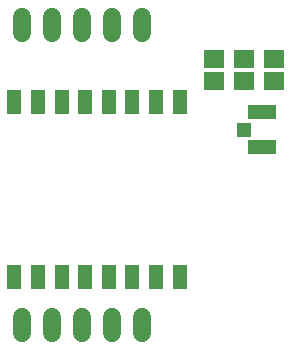
<source format=gbr>
G04 EAGLE Gerber RS-274X export*
G75*
%MOMM*%
%FSLAX34Y34*%
%LPD*%
%INSoldermask Top*%
%IPPOS*%
%AMOC8*
5,1,8,0,0,1.08239X$1,22.5*%
G01*
%ADD10R,1.253200X1.203200*%
%ADD11R,2.403200X1.253200*%
%ADD12R,1.253200X2.153200*%
%ADD13C,1.524000*%
%ADD14R,1.703200X1.503200*%


D10*
X670550Y190500D03*
D11*
X685800Y205250D03*
X685800Y175750D03*
D12*
X476100Y65700D03*
X496100Y65700D03*
X516100Y65700D03*
X536100Y65700D03*
X556100Y65700D03*
X576100Y65700D03*
X596100Y65700D03*
X616100Y65700D03*
X616100Y213700D03*
X596100Y213700D03*
X576100Y213700D03*
X556100Y213700D03*
X536100Y213700D03*
X516100Y213700D03*
X496100Y213700D03*
X476100Y213700D03*
D13*
X584200Y32004D02*
X584200Y18796D01*
X558800Y18796D02*
X558800Y32004D01*
X533400Y32004D02*
X533400Y18796D01*
X508000Y18796D02*
X508000Y32004D01*
X482600Y32004D02*
X482600Y18796D01*
X584200Y272796D02*
X584200Y286004D01*
X558800Y286004D02*
X558800Y272796D01*
X533400Y272796D02*
X533400Y286004D01*
X508000Y286004D02*
X508000Y272796D01*
X482600Y272796D02*
X482600Y286004D01*
D14*
X695960Y250800D03*
X695960Y231800D03*
X645160Y250800D03*
X645160Y231800D03*
X670560Y250800D03*
X670560Y231800D03*
M02*

</source>
